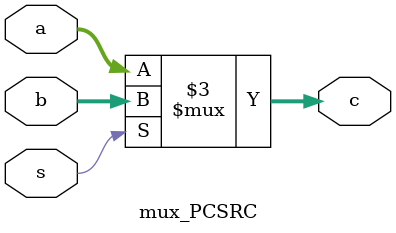
<source format=sv>
module mux_PCSRC(a,b,s,c);
   input wire [31:0] a,b;
   input wire  s;
   output reg [31:0] c;

   always@(*)
   case (s)
          1: c = b; 
    default: c = a;
   endcase
    
endmodule
</source>
